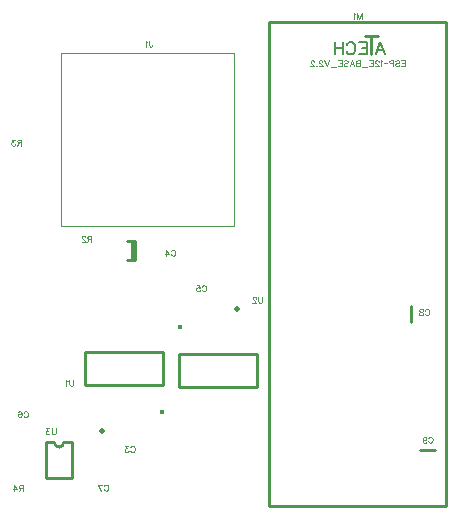
<source format=gbo>
G04 DipTrace 3.0.0.1*
G04 ESP-12E_BASE_V2.2-2.gbo*
%MOMM*%
G04 #@! TF.FileFunction,Legend,Bot*
G04 #@! TF.Part,Single*
%ADD10C,0.25*%
%ADD17O,0.50012X0.5*%
%ADD28C,0.05*%
%ADD48O,0.39124X0.39194*%
%ADD124C,0.07843*%
%ADD125C,0.15686*%
%ADD126C,0.23529*%
%FSLAX35Y35*%
G04*
G71*
G90*
G75*
G01*
G04 BotSilk*
%LPD*%
D17*
X1848806Y1655800D3*
X2104800Y3110880D2*
D10*
Y3270720D1*
X2123720Y3110880D2*
Y3270720D1*
Y3110880D2*
X2063880D1*
X2123720Y3270720D2*
X2063880D1*
D17*
X2992794Y2690800D3*
X4465853Y2584850D2*
D10*
Y2714750D1*
X4669750Y1496853D2*
X4539850D1*
X1497837Y3390775D2*
D28*
X2968773D1*
Y4861800D1*
X1497837D1*
Y3390775D1*
X3263300Y5122800D2*
D10*
X4763300D1*
Y1022800D1*
X3263300D1*
Y5122800D1*
D48*
X2360156Y1820106D3*
X2362796Y2046801D2*
D10*
X1702828D1*
X2362796Y2326799D2*
X1702828D1*
Y2046801D2*
Y2326799D1*
X2362796Y2046801D2*
Y2326799D1*
D48*
X2505444Y2539494D3*
X2502804Y2312799D2*
D10*
X3162772D1*
X2502804Y2032801D2*
X3162772D1*
Y2312799D2*
Y2032801D1*
X2502804Y2312799D2*
Y2032801D1*
X1594826Y1561808D2*
Y1261792D1*
X1374774D2*
Y1561808D1*
Y1261792D2*
X1594826D1*
Y1561808D2*
X1524820D1*
X1444780D2*
X1374774D1*
X1524820D2*
G02X1444780Y1561808I-40020J28D01*
G01*
X2088936Y1519565D2*
D124*
X2091350Y1524395D1*
X2096236Y1529280D1*
X2101065Y1531695D1*
X2110780D1*
X2115665Y1529280D1*
X2120494Y1524395D1*
X2122965Y1519565D1*
X2125380Y1512265D1*
Y1500080D1*
X2122965Y1492836D1*
X2120494Y1487951D1*
X2115665Y1483122D1*
X2110780Y1480651D1*
X2101065D1*
X2096236Y1483122D1*
X2091350Y1487951D1*
X2088936Y1492836D1*
X2068364Y1531638D2*
X2041691D1*
X2056235Y1512209D1*
X2048935D1*
X2044106Y1509795D1*
X2041691Y1507380D1*
X2039220Y1500080D1*
Y1495251D1*
X2041691Y1487951D1*
X2046520Y1483065D1*
X2053820Y1480651D1*
X2061120D1*
X2068364Y1483065D1*
X2070779Y1485536D1*
X2073250Y1490365D1*
X2433643Y3182065D2*
X2436058Y3186895D1*
X2440943Y3191780D1*
X2445772Y3194195D1*
X2455487D1*
X2460372Y3191780D1*
X2465202Y3186895D1*
X2467672Y3182065D1*
X2470087Y3174765D1*
Y3162580D1*
X2467672Y3155336D1*
X2465202Y3150451D1*
X2460372Y3145622D1*
X2455487Y3143151D1*
X2445772D1*
X2440943Y3145622D1*
X2436058Y3150451D1*
X2433643Y3155336D1*
X2393642Y3143151D2*
Y3194138D1*
X2417957Y3160165D1*
X2381513D1*
X2693936Y2880565D2*
X2696350Y2885395D1*
X2701236Y2890280D1*
X2706065Y2892695D1*
X2715780D1*
X2720665Y2890280D1*
X2725494Y2885395D1*
X2727965Y2880565D1*
X2730380Y2873265D1*
Y2861080D1*
X2727965Y2853836D1*
X2725494Y2848951D1*
X2720665Y2844122D1*
X2715780Y2841651D1*
X2706065D1*
X2701236Y2844122D1*
X2696350Y2848951D1*
X2693936Y2853836D1*
X2649106Y2892638D2*
X2673364D1*
X2675779Y2870795D1*
X2673364Y2873209D1*
X2666064Y2875680D1*
X2658820D1*
X2651520Y2873209D1*
X2646635Y2868380D1*
X2644220Y2861080D1*
Y2856251D1*
X2646635Y2848951D1*
X2651520Y2844065D1*
X2658820Y2841651D1*
X2666064D1*
X2673364Y2844065D1*
X2675779Y2846536D1*
X2678250Y2851365D1*
X1184200Y1814065D2*
X1186615Y1818895D1*
X1191500Y1823780D1*
X1196330Y1826195D1*
X1206044D1*
X1210930Y1823780D1*
X1215759Y1818895D1*
X1218230Y1814065D1*
X1220644Y1806765D1*
Y1794580D1*
X1218230Y1787336D1*
X1215759Y1782451D1*
X1210930Y1777622D1*
X1206044Y1775151D1*
X1196330D1*
X1191500Y1777622D1*
X1186615Y1782451D1*
X1184200Y1787336D1*
X1139370Y1818895D2*
X1141785Y1823724D1*
X1149085Y1826138D1*
X1153914D1*
X1161214Y1823724D1*
X1166100Y1816424D1*
X1168514Y1804295D1*
Y1792165D1*
X1166100Y1782451D1*
X1161214Y1777565D1*
X1153914Y1775151D1*
X1151500D1*
X1144256Y1777565D1*
X1139370Y1782451D1*
X1136956Y1789751D1*
Y1792165D1*
X1139370Y1799465D1*
X1144256Y1804295D1*
X1151500Y1806709D1*
X1153914D1*
X1161214Y1804295D1*
X1166100Y1799465D1*
X1168514Y1792165D1*
X1866436Y1193065D2*
X1868850Y1197895D1*
X1873736Y1202780D1*
X1878565Y1205195D1*
X1888280D1*
X1893165Y1202780D1*
X1897994Y1197895D1*
X1900465Y1193065D1*
X1902880Y1185765D1*
Y1173580D1*
X1900465Y1166336D1*
X1897994Y1161451D1*
X1893165Y1156622D1*
X1888280Y1154151D1*
X1878565D1*
X1873736Y1156622D1*
X1868850Y1161451D1*
X1866436Y1166336D1*
X1841035Y1154151D2*
X1816720Y1205138D1*
X1850750D1*
X4582434Y2678065D2*
X4584849Y2682895D1*
X4589734Y2687780D1*
X4594564Y2690195D1*
X4604278D1*
X4609164Y2687780D1*
X4613993Y2682895D1*
X4616464Y2678065D1*
X4618878Y2670765D1*
Y2658580D1*
X4616464Y2651336D1*
X4613993Y2646451D1*
X4609164Y2641622D1*
X4604278Y2639151D1*
X4594564D1*
X4589734Y2641622D1*
X4584849Y2646451D1*
X4582434Y2651336D1*
X4554619Y2690138D2*
X4561863Y2687724D1*
X4564334Y2682895D1*
Y2678009D1*
X4561863Y2673180D1*
X4557034Y2670709D1*
X4547319Y2668295D1*
X4540019Y2665880D1*
X4535190Y2660995D1*
X4532775Y2656165D1*
Y2648865D1*
X4535190Y2644036D1*
X4537604Y2641565D1*
X4544904Y2639151D1*
X4554619D1*
X4561863Y2641565D1*
X4564334Y2644036D1*
X4566748Y2648865D1*
Y2656165D1*
X4564334Y2660995D1*
X4559448Y2665880D1*
X4552204Y2668295D1*
X4542490Y2670709D1*
X4537604Y2673180D1*
X4535190Y2678009D1*
Y2682895D1*
X4537604Y2687724D1*
X4544904Y2690138D1*
X4554619D1*
X4610229Y1598119D2*
X4612643Y1602948D1*
X4617529Y1607833D1*
X4622358Y1610248D1*
X4632072D1*
X4636958Y1607833D1*
X4641787Y1602948D1*
X4644258Y1598119D1*
X4646672Y1590819D1*
Y1578633D1*
X4644258Y1571390D1*
X4641787Y1566504D1*
X4636958Y1561675D1*
X4632072Y1559204D1*
X4622358D1*
X4617529Y1561675D1*
X4612643Y1566504D1*
X4610229Y1571390D1*
X4562928Y1593233D2*
X4565398Y1585933D1*
X4570228Y1581048D1*
X4577528Y1578633D1*
X4579942D1*
X4587242Y1581048D1*
X4592071Y1585933D1*
X4594542Y1593233D1*
Y1595648D1*
X4592071Y1602948D1*
X4587242Y1607777D1*
X4579942Y1610192D1*
X4577528D1*
X4570228Y1607777D1*
X4565398Y1602948D1*
X4562928Y1593233D1*
Y1581048D1*
X4565398Y1568919D1*
X4570228Y1561619D1*
X4577528Y1559204D1*
X4582357D1*
X4589657Y1561619D1*
X4592071Y1566504D1*
X2248579Y4963195D2*
Y4924336D1*
X2250993Y4917036D1*
X2253464Y4914622D1*
X2258293Y4912151D1*
X2263179D1*
X2268008Y4914622D1*
X2270422Y4917036D1*
X2272893Y4924336D1*
Y4929165D1*
X2232892Y4953424D2*
X2228007Y4955895D1*
X2220707Y4963138D1*
Y4912151D1*
X4007807Y5146151D2*
Y5197195D1*
X4027236Y5146151D1*
X4046665Y5197195D1*
Y5146151D1*
X3992120Y5187424D2*
X3987235Y5189895D1*
X3979935Y5197138D1*
Y5146151D1*
X1758672Y3285880D2*
X1736829D1*
X1729529Y3288351D1*
X1727058Y3290765D1*
X1724643Y3295595D1*
Y3300480D1*
X1727058Y3305309D1*
X1729529Y3307780D1*
X1736829Y3310195D1*
X1758672D1*
Y3259151D1*
X1741658Y3285880D2*
X1724643Y3259151D1*
X1706486Y3298009D2*
Y3300424D1*
X1704071Y3305309D1*
X1701657Y3307724D1*
X1696771Y3310138D1*
X1687057D1*
X1682228Y3307724D1*
X1679813Y3305309D1*
X1677342Y3300424D1*
Y3295595D1*
X1679813Y3290709D1*
X1684642Y3283465D1*
X1708957Y3259151D1*
X1674928D1*
X1164672Y4101880D2*
X1142829D1*
X1135529Y4104351D1*
X1133058Y4106765D1*
X1130643Y4111595D1*
Y4116480D1*
X1133058Y4121309D1*
X1135529Y4123780D1*
X1142829Y4126195D1*
X1164672D1*
Y4075151D1*
X1147658Y4101880D2*
X1130643Y4075151D1*
X1110071Y4126138D2*
X1083398D1*
X1097942Y4106709D1*
X1090642D1*
X1085813Y4104295D1*
X1083398Y4101880D1*
X1080928Y4094580D1*
Y4089751D1*
X1083398Y4082451D1*
X1088228Y4077565D1*
X1095528Y4075151D1*
X1102828D1*
X1110071Y4077565D1*
X1112486Y4080036D1*
X1114957Y4084865D1*
X1176880Y1174880D2*
X1155036D1*
X1147736Y1177351D1*
X1145265Y1179765D1*
X1142850Y1184595D1*
Y1189480D1*
X1145265Y1194309D1*
X1147736Y1196780D1*
X1155036Y1199195D1*
X1176880D1*
Y1148151D1*
X1159865Y1174880D2*
X1142850Y1148151D1*
X1102850D2*
Y1199138D1*
X1127164Y1165165D1*
X1090720D1*
X1606224Y2093695D2*
Y2057251D1*
X1603809Y2049951D1*
X1598924Y2045122D1*
X1591624Y2042651D1*
X1586795D1*
X1579495Y2045122D1*
X1574609Y2049951D1*
X1572195Y2057251D1*
Y2093695D1*
X1556508Y2083924D2*
X1551623Y2086395D1*
X1544323Y2093638D1*
Y2042651D1*
X3205199Y2792695D2*
Y2756251D1*
X3202784Y2748951D1*
X3197899Y2744122D1*
X3190599Y2741651D1*
X3185770D1*
X3178470Y2744122D1*
X3173584Y2748951D1*
X3171170Y2756251D1*
Y2792695D1*
X3153013Y2780509D2*
Y2782924D1*
X3150598Y2787809D1*
X3148184Y2790224D1*
X3143298Y2792638D1*
X3133584D1*
X3128754Y2790224D1*
X3126340Y2787809D1*
X3123869Y2782924D1*
Y2778095D1*
X3126340Y2773209D1*
X3131169Y2765965D1*
X3155484Y2741651D1*
X3121454D1*
X1454672Y1681203D2*
Y1644759D1*
X1452258Y1637459D1*
X1447372Y1632630D1*
X1440072Y1630159D1*
X1435243D1*
X1427943Y1632630D1*
X1423058Y1637459D1*
X1420643Y1644759D1*
Y1681203D1*
X1400071Y1681147D2*
X1373398D1*
X1387942Y1661718D1*
X1380642D1*
X1375813Y1659303D1*
X1373398Y1656888D1*
X1370928Y1649588D1*
Y1644759D1*
X1373398Y1637459D1*
X1378228Y1632574D1*
X1385528Y1630159D1*
X1392828D1*
X1400071Y1632574D1*
X1402486Y1635045D1*
X1404957Y1639874D1*
X4164800Y4848096D2*
D125*
X4203771Y4950183D1*
X4242629Y4848096D1*
X4228029Y4882125D2*
X4179400D1*
X4129765Y5004953D2*
D126*
Y4851822D1*
X4180809Y5004953D2*
X4078721D1*
X4024491Y4950183D2*
D125*
X4087608D1*
Y4848096D1*
X4024491D1*
X4087608Y4901554D2*
X4048750D1*
X3920231Y4925925D2*
X3925060Y4935583D1*
X3934831Y4945354D1*
X3944489Y4950183D1*
X3963919D1*
X3973689Y4945354D1*
X3983348Y4935583D1*
X3988289Y4925925D1*
X3993119Y4911325D1*
Y4886954D1*
X3988289Y4872466D1*
X3983348Y4862696D1*
X3973689Y4853037D1*
X3963919Y4848096D1*
X3944489D1*
X3934831Y4853037D1*
X3925060Y4862696D1*
X3920231Y4872466D1*
X3888858Y4950183D2*
Y4848096D1*
X3820800Y4950183D2*
Y4848096D1*
X3888858Y4901554D2*
X3820800D1*
X4379378Y4797453D2*
D124*
X4410936D1*
Y4746409D1*
X4379378D1*
X4410936Y4773139D2*
X4391507D1*
X4329662Y4790153D2*
X4334492Y4795039D1*
X4341792Y4797453D1*
X4351506D1*
X4358806Y4795039D1*
X4363692Y4790153D1*
Y4785324D1*
X4361221Y4780439D1*
X4358806Y4778024D1*
X4353977Y4775609D1*
X4339377Y4770724D1*
X4334492Y4768309D1*
X4332077Y4765839D1*
X4329662Y4761009D1*
Y4753709D1*
X4334492Y4748880D1*
X4341792Y4746409D1*
X4351506D1*
X4358806Y4748880D1*
X4363692Y4753709D1*
X4313976Y4770724D2*
X4292076D1*
X4284832Y4773139D1*
X4282361Y4775609D1*
X4279947Y4780439D1*
Y4787739D1*
X4282361Y4792568D1*
X4284832Y4795039D1*
X4292076Y4797453D1*
X4313976D1*
Y4746409D1*
X4264261Y4771903D2*
X4236184D1*
X4220497Y4787683D2*
X4215612Y4790153D1*
X4208312Y4797397D1*
Y4746409D1*
X4190155Y4785268D2*
Y4787683D1*
X4187740Y4792568D1*
X4185326Y4794983D1*
X4180440Y4797397D1*
X4170726D1*
X4165896Y4794983D1*
X4163482Y4792568D1*
X4161011Y4787683D1*
Y4782853D1*
X4163482Y4777968D1*
X4168311Y4770724D1*
X4192626Y4746409D1*
X4158596D1*
X4111352Y4797453D2*
X4142910D1*
Y4746409D1*
X4111352D1*
X4142910Y4773139D2*
X4123481D1*
X4095665Y4737986D2*
X4049507D1*
X4033821Y4797453D2*
Y4746409D1*
X4011921D1*
X4004621Y4748880D1*
X4002206Y4751295D1*
X3999792Y4756124D1*
Y4763424D1*
X4002206Y4768309D1*
X4004621Y4770724D1*
X4011921Y4773139D1*
X4004621Y4775609D1*
X4002206Y4778024D1*
X3999792Y4782853D1*
Y4787739D1*
X4002206Y4792568D1*
X4004621Y4795039D1*
X4011921Y4797453D1*
X4033821D1*
Y4773139D2*
X4011921D1*
X3945191Y4746409D2*
X3964676Y4797453D1*
X3984105Y4746409D1*
X3976805Y4763424D2*
X3952491D1*
X3895475Y4790153D2*
X3900304Y4795039D1*
X3907604Y4797453D1*
X3917319D1*
X3924619Y4795039D1*
X3929504Y4790153D1*
Y4785324D1*
X3927034Y4780439D1*
X3924619Y4778024D1*
X3919790Y4775609D1*
X3905190Y4770724D1*
X3900304Y4768309D1*
X3897890Y4765839D1*
X3895475Y4761009D1*
Y4753709D1*
X3900304Y4748880D1*
X3907604Y4746409D1*
X3917319D1*
X3924619Y4748880D1*
X3929504Y4753709D1*
X3848230Y4797453D2*
X3879789D1*
Y4746409D1*
X3848230D1*
X3879789Y4773139D2*
X3860360D1*
X3832544Y4737986D2*
X3786386D1*
X3770699Y4797453D2*
X3751270Y4746409D1*
X3731841Y4797453D1*
X3713684Y4785268D2*
Y4787683D1*
X3711269Y4792568D1*
X3708855Y4794983D1*
X3703969Y4797397D1*
X3694255D1*
X3689425Y4794983D1*
X3687011Y4792568D1*
X3684540Y4787683D1*
Y4782853D1*
X3687011Y4777968D1*
X3691840Y4770724D1*
X3716155Y4746409D1*
X3682125D1*
X3664025Y4751295D2*
X3666439Y4748824D1*
X3664025Y4746409D1*
X3661554Y4748824D1*
X3664025Y4751295D1*
X3643397Y4785268D2*
Y4787683D1*
X3640982Y4792568D1*
X3638567Y4794983D1*
X3633682Y4797397D1*
X3623967D1*
X3619138Y4794983D1*
X3616724Y4792568D1*
X3614253Y4787683D1*
Y4782853D1*
X3616724Y4777968D1*
X3621553Y4770724D1*
X3645867Y4746409D1*
X3611838D1*
M02*

</source>
